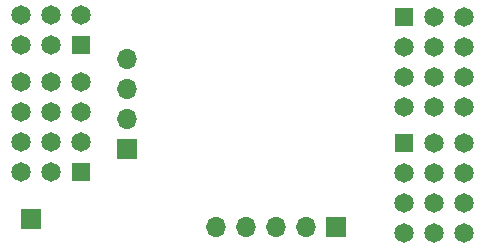
<source format=gbs>
%TF.GenerationSoftware,KiCad,Pcbnew,(6.0.9)*%
%TF.CreationDate,2023-04-09T22:29:04-06:00*%
%TF.ProjectId,CRSFtoPWM,43525346-746f-4505-974d-2e6b69636164,rev?*%
%TF.SameCoordinates,Original*%
%TF.FileFunction,Soldermask,Bot*%
%TF.FilePolarity,Negative*%
%FSLAX46Y46*%
G04 Gerber Fmt 4.6, Leading zero omitted, Abs format (unit mm)*
G04 Created by KiCad (PCBNEW (6.0.9)) date 2023-04-09 22:29:04*
%MOMM*%
%LPD*%
G01*
G04 APERTURE LIST*
%ADD10R,1.700000X1.700000*%
%ADD11R,1.650000X1.650000*%
%ADD12C,1.650000*%
%ADD13O,1.700000X1.700000*%
G04 APERTURE END LIST*
D10*
X142900000Y-113100000D03*
D11*
X174560000Y-106690000D03*
D12*
X177100000Y-106690000D03*
X179640000Y-106690000D03*
X174560000Y-109230000D03*
X177100000Y-109230000D03*
X179640000Y-109230000D03*
X174560000Y-111770000D03*
X177100000Y-111770000D03*
X179640000Y-111770000D03*
X174560000Y-114310000D03*
X177100000Y-114310000D03*
X179640000Y-114310000D03*
D10*
X168775000Y-113800000D03*
D13*
X166235000Y-113800000D03*
X163695000Y-113800000D03*
X161155000Y-113800000D03*
X158615000Y-113800000D03*
D11*
X147200000Y-98400000D03*
D12*
X144660000Y-98400000D03*
X142120000Y-98400000D03*
X147200000Y-95860000D03*
X144660000Y-95860000D03*
X142120000Y-95860000D03*
D10*
X151100000Y-107200000D03*
D13*
X151100000Y-104660000D03*
X151100000Y-102120000D03*
X151100000Y-99580000D03*
D11*
X147200000Y-109100000D03*
D12*
X144660000Y-109100000D03*
X142120000Y-109100000D03*
X147200000Y-106560000D03*
X144660000Y-106560000D03*
X142120000Y-106560000D03*
X147200000Y-104020000D03*
X144660000Y-104020000D03*
X142120000Y-104020000D03*
X147200000Y-101480000D03*
X144660000Y-101480000D03*
X142120000Y-101480000D03*
D11*
X174560000Y-96020000D03*
D12*
X177100000Y-96020000D03*
X179640000Y-96020000D03*
X174560000Y-98560000D03*
X177100000Y-98560000D03*
X179640000Y-98560000D03*
X174560000Y-101100000D03*
X177100000Y-101100000D03*
X179640000Y-101100000D03*
X174560000Y-103640000D03*
X177100000Y-103640000D03*
X179640000Y-103640000D03*
M02*

</source>
